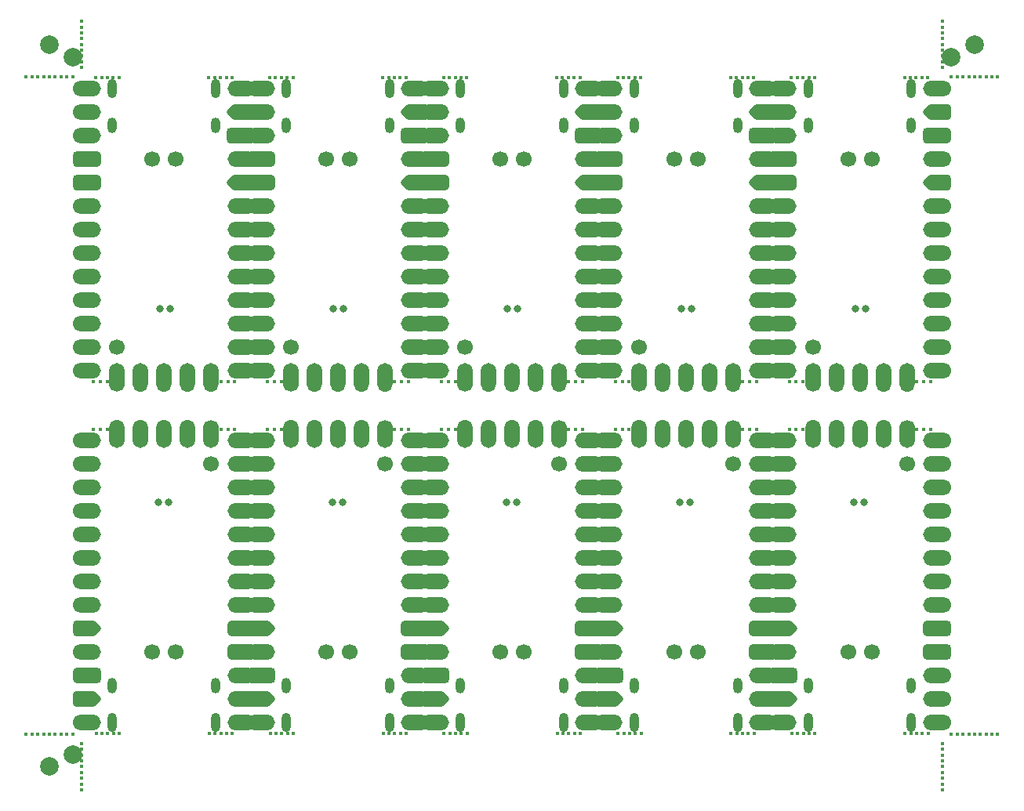
<source format=gbs>
G04 #@! TF.GenerationSoftware,KiCad,Pcbnew,7.0.0-da2b9df05c~165~ubuntu22.04.1*
G04 #@! TF.CreationDate,2023-06-04T20:02:33+00:00*
G04 #@! TF.ProjectId,helios-panel,68656c69-6f73-42d7-9061-6e656c2e6b69,rev1.0*
G04 #@! TF.SameCoordinates,Original*
G04 #@! TF.FileFunction,Soldermask,Bot*
G04 #@! TF.FilePolarity,Negative*
%FSLAX46Y46*%
G04 Gerber Fmt 4.6, Leading zero omitted, Abs format (unit mm)*
G04 Created by KiCad (PCBNEW 7.0.0-da2b9df05c~165~ubuntu22.04.1) date 2023-06-04 20:02:33*
%MOMM*%
%LPD*%
G01*
G04 APERTURE LIST*
G04 Aperture macros list*
%AMRoundRect*
0 Rectangle with rounded corners*
0 $1 Rounding radius*
0 $2 $3 $4 $5 $6 $7 $8 $9 X,Y pos of 4 corners*
0 Add a 4 corners polygon primitive as box body*
4,1,4,$2,$3,$4,$5,$6,$7,$8,$9,$2,$3,0*
0 Add four circle primitives for the rounded corners*
1,1,$1+$1,$2,$3*
1,1,$1+$1,$4,$5*
1,1,$1+$1,$6,$7*
1,1,$1+$1,$8,$9*
0 Add four rect primitives between the rounded corners*
20,1,$1+$1,$2,$3,$4,$5,0*
20,1,$1+$1,$4,$5,$6,$7,0*
20,1,$1+$1,$6,$7,$8,$9,0*
20,1,$1+$1,$8,$9,$2,$3,0*%
G04 Aperture macros list end*
%ADD10C,0.400000*%
%ADD11C,2.000000*%
%ADD12C,1.700000*%
%ADD13O,3.000000X1.700000*%
%ADD14RoundRect,0.425000X-0.425000X-0.425000X0.425000X-0.425000X0.425000X0.425000X-0.425000X0.425000X0*%
%ADD15RoundRect,0.425000X1.075000X0.425000X-1.075000X0.425000X-1.075000X-0.425000X1.075000X-0.425000X0*%
%ADD16O,1.700000X3.000000*%
%ADD17O,1.700000X1.700000*%
%ADD18RoundRect,0.350000X0.000000X0.494975X-0.494975X0.000000X0.000000X-0.494975X0.494975X0.000000X0*%
%ADD19RoundRect,0.350000X0.894755X0.500000X-0.894755X0.500000X-0.894755X-0.500000X0.894755X-0.500000X0*%
%ADD20RoundRect,0.425000X0.425000X0.425000X-0.425000X0.425000X-0.425000X-0.425000X0.425000X-0.425000X0*%
%ADD21RoundRect,0.350000X0.902255X0.500000X-0.902255X0.500000X-0.902255X-0.500000X0.902255X-0.500000X0*%
%ADD22RoundRect,0.425000X-1.075000X-0.425000X1.075000X-0.425000X1.075000X0.425000X-1.075000X0.425000X0*%
%ADD23RoundRect,0.350000X0.000000X-0.494975X0.494975X0.000000X0.000000X0.494975X-0.494975X0.000000X0*%
%ADD24RoundRect,0.350000X-0.894755X-0.500000X0.894755X-0.500000X0.894755X0.500000X-0.894755X0.500000X0*%
%ADD25RoundRect,0.350000X-0.902255X-0.500000X0.902255X-0.500000X0.902255X0.500000X-0.902255X0.500000X0*%
%ADD26O,1.000000X1.700000*%
%ADD27O,1.000000X2.100000*%
%ADD28C,0.800000*%
G04 APERTURE END LIST*
D10*
G04 #@! TO.C,REF\u002A\u002A*
X96095000Y76940000D03*
G04 #@! TD*
G04 #@! TO.C,REF\u002A\u002A*
X65770000Y6100000D03*
G04 #@! TD*
G04 #@! TO.C,REF\u002A\u002A*
X104275000Y77040000D03*
G04 #@! TD*
G04 #@! TO.C,REF\u002A\u002A*
X98900000Y83040000D03*
G04 #@! TD*
G04 #@! TO.C,REF\u002A\u002A*
X41294991Y44120127D03*
G04 #@! TD*
G04 #@! TO.C,REF\u002A\u002A*
X26295000Y76940000D03*
G04 #@! TD*
G04 #@! TO.C,REF\u002A\u002A*
X65105008Y38920001D03*
G04 #@! TD*
G04 #@! TO.C,REF\u002A\u002A*
X102400000Y77040000D03*
G04 #@! TD*
G04 #@! TO.C,REF\u002A\u002A*
X625000Y77040000D03*
G04 #@! TD*
G04 #@! TO.C,REF\u002A\u002A*
X7555000Y6100000D03*
G04 #@! TD*
G04 #@! TO.C,REF\u002A\u002A*
X83885008Y38920001D03*
G04 #@! TD*
G04 #@! TO.C,REF\u002A\u002A*
X98900000Y80540000D03*
G04 #@! TD*
G04 #@! TO.C,REF\u002A\u002A*
X59160000Y76940000D03*
G04 #@! TD*
G04 #@! TO.C,REF\u002A\u002A*
X101150000Y6000000D03*
G04 #@! TD*
G04 #@! TO.C,REF\u002A\u002A*
X85175000Y6100000D03*
G04 #@! TD*
G04 #@! TO.C,REF\u002A\u002A*
X96720000Y76940000D03*
G04 #@! TD*
G04 #@! TO.C,REF\u002A\u002A*
X28170000Y76940000D03*
G04 #@! TD*
G04 #@! TO.C,REF\u002A\u002A*
X7515000Y76940000D03*
G04 #@! TD*
G04 #@! TO.C,REF\u002A\u002A*
X26045008Y38919874D03*
G04 #@! TD*
G04 #@! TO.C,REF\u002A\u002A*
X0Y77040000D03*
G04 #@! TD*
G04 #@! TO.C,REF\u002A\u002A*
X3750000Y6000000D03*
G04 #@! TD*
G04 #@! TO.C,REF\u002A\u002A*
X6000000Y82415000D03*
G04 #@! TD*
G04 #@! TO.C,REF\u002A\u002A*
X45115000Y6100000D03*
G04 #@! TD*
G04 #@! TO.C,REF\u002A\u002A*
X6000000Y79915000D03*
G04 #@! TD*
G04 #@! TO.C,REF\u002A\u002A*
X96134991Y38920001D03*
G04 #@! TD*
G04 #@! TO.C,REF\u002A\u002A*
X20975000Y76940000D03*
G04 #@! TD*
G04 #@! TO.C,REF\u002A\u002A*
X26045008Y44120127D03*
G04 #@! TD*
G04 #@! TO.C,REF\u002A\u002A*
X78565000Y76940000D03*
G04 #@! TD*
G04 #@! TO.C,REF\u002A\u002A*
X59324991Y44120064D03*
G04 #@! TD*
G04 #@! TO.C,REF\u002A\u002A*
X83260000Y76940000D03*
G04 #@! TD*
G04 #@! TO.C,REF\u002A\u002A*
X96135000Y6100000D03*
G04 #@! TD*
G04 #@! TO.C,REF\u002A\u002A*
X0Y6000000D03*
G04 #@! TD*
G04 #@! TO.C,REF\u002A\u002A*
X58574991Y44120000D03*
G04 #@! TD*
G04 #@! TO.C,REF\u002A\u002A*
X3125000Y6000000D03*
G04 #@! TD*
G04 #@! TO.C,REF\u002A\u002A*
X38505000Y76940000D03*
G04 #@! TD*
G04 #@! TO.C,REF\u002A\u002A*
X57910000Y76940000D03*
G04 #@! TD*
G04 #@! TO.C,REF\u002A\u002A*
X77355000Y6100000D03*
G04 #@! TD*
G04 #@! TO.C,REF\u002A\u002A*
X95510000Y6100000D03*
G04 #@! TD*
G04 #@! TO.C,REF\u002A\u002A*
X27545008Y44120000D03*
G04 #@! TD*
G04 #@! TO.C,REF\u002A\u002A*
X76105000Y6100000D03*
G04 #@! TD*
G04 #@! TO.C,REF\u002A\u002A*
X6000000Y5000000D03*
G04 #@! TD*
G04 #@! TO.C,REF\u002A\u002A*
X28795000Y76940000D03*
G04 #@! TD*
G04 #@! TO.C,REF\u002A\u002A*
X8805000Y6100000D03*
G04 #@! TD*
G04 #@! TO.C,REF\u002A\u002A*
X45700000Y76940000D03*
G04 #@! TD*
G04 #@! TO.C,REF\u002A\u002A*
X98900000Y81165000D03*
G04 #@! TD*
G04 #@! TO.C,REF\u002A\u002A*
X10055000Y6100000D03*
G04 #@! TD*
G04 #@! TO.C,REF\u002A\u002A*
X99900000Y6000000D03*
G04 #@! TD*
G04 #@! TO.C,REF\u002A\u002A*
X78605000Y6100000D03*
G04 #@! TD*
G04 #@! TO.C,REF\u002A\u002A*
X59825000Y6100000D03*
G04 #@! TD*
G04 #@! TO.C,REF\u002A\u002A*
X57285000Y76940000D03*
G04 #@! TD*
G04 #@! TO.C,REF\u002A\u002A*
X84510000Y76940000D03*
G04 #@! TD*
G04 #@! TO.C,REF\u002A\u002A*
X100525000Y6000000D03*
G04 #@! TD*
G04 #@! TO.C,REF\u002A\u002A*
X22225000Y76940000D03*
G04 #@! TD*
G04 #@! TO.C,REF\u002A\u002A*
X77315000Y76940000D03*
G04 #@! TD*
G04 #@! TO.C,REF\u002A\u002A*
X83885008Y44120000D03*
G04 #@! TD*
G04 #@! TO.C,REF\u002A\u002A*
X39130000Y76940000D03*
G04 #@! TD*
G04 #@! TO.C,REF\u002A\u002A*
X41045000Y6100000D03*
G04 #@! TD*
G04 #@! TO.C,REF\u002A\u002A*
X4375000Y77040000D03*
G04 #@! TD*
G04 #@! TO.C,REF\u002A\u002A*
X96760000Y6100000D03*
G04 #@! TD*
G04 #@! TO.C,REF\u002A\u002A*
X98900000Y625000D03*
G04 #@! TD*
G04 #@! TO.C,REF\u002A\u002A*
X6000000Y3750000D03*
G04 #@! TD*
G04 #@! TO.C,REF\u002A\u002A*
X40420000Y6100000D03*
G04 #@! TD*
G04 #@! TO.C,REF\u002A\u002A*
X78854991Y44120127D03*
G04 #@! TD*
G04 #@! TO.C,REF\u002A\u002A*
X58535000Y76940000D03*
G04 #@! TD*
G04 #@! TO.C,REF\u002A\u002A*
X59785000Y76940000D03*
G04 #@! TD*
G04 #@! TO.C,REF\u002A\u002A*
X85135000Y76940000D03*
G04 #@! TD*
G04 #@! TO.C,REF\u002A\u002A*
X1875000Y77040000D03*
G04 #@! TD*
D11*
G04 #@! TO.C,REF\u002A\u002A*
X102400000Y80540000D03*
G04 #@! TD*
D10*
G04 #@! TO.C,REF\u002A\u002A*
X103650000Y6000000D03*
G04 #@! TD*
G04 #@! TO.C,REF\u002A\u002A*
X41005000Y76940000D03*
G04 #@! TD*
G04 #@! TO.C,REF\u002A\u002A*
X84550000Y6100000D03*
G04 #@! TD*
G04 #@! TO.C,REF\u002A\u002A*
X76690000Y76940000D03*
G04 #@! TD*
G04 #@! TO.C,REF\u002A\u002A*
X64520000Y6100000D03*
G04 #@! TD*
G04 #@! TO.C,REF\u002A\u002A*
X22514991Y44120127D03*
G04 #@! TD*
G04 #@! TO.C,REF\u002A\u002A*
X6000000Y78665000D03*
G04 #@! TD*
G04 #@! TO.C,REF\u002A\u002A*
X8765009Y38920001D03*
G04 #@! TD*
D12*
G04 #@! TO.C,J2*
X42690000Y7270000D03*
D13*
X41989999Y7269999D03*
D12*
X42690000Y9810000D03*
D13*
X41989999Y9809999D03*
D12*
X42690000Y12350000D03*
D13*
X41989999Y12349999D03*
D14*
X42690000Y14890000D03*
D15*
X41990000Y14890000D03*
D14*
X42690000Y17430000D03*
D15*
X41990000Y17430000D03*
D12*
X42690000Y19970000D03*
D13*
X41989999Y19969999D03*
D12*
X42690000Y22510000D03*
D13*
X41989999Y22509999D03*
D12*
X42690000Y25050000D03*
D13*
X41989999Y25049999D03*
D12*
X42690000Y27590000D03*
D13*
X41989999Y27589999D03*
D12*
X42690000Y30130000D03*
D13*
X41989999Y30129999D03*
D12*
X42690000Y32670000D03*
D13*
X41989999Y32669999D03*
D12*
X42690000Y35210000D03*
D13*
X41989999Y35209999D03*
D12*
X42690000Y37750000D03*
D13*
X41989999Y37749999D03*
D16*
X38749999Y38449999D03*
D12*
X38750000Y39150000D03*
D16*
X36209999Y38449999D03*
D17*
X36209999Y39149999D03*
D16*
X33669999Y38449999D03*
D17*
X33669999Y39149999D03*
D16*
X31129999Y38449999D03*
D17*
X31129999Y39149999D03*
D16*
X28589999Y38449999D03*
D17*
X28589999Y39149999D03*
D13*
X25349999Y37749999D03*
D12*
X24650000Y37750000D03*
D13*
X25349999Y35209999D03*
D12*
X24650000Y35210000D03*
D13*
X25349999Y32669999D03*
D12*
X24650000Y32670000D03*
D13*
X25349999Y30129999D03*
D12*
X24650000Y30130000D03*
D13*
X25349999Y27589999D03*
D12*
X24650000Y27590000D03*
D13*
X25349999Y25049999D03*
D12*
X24650000Y25050000D03*
D13*
X25349999Y22509999D03*
D12*
X24650000Y22510000D03*
D13*
X25349999Y19969999D03*
D12*
X24650000Y19970000D03*
D18*
X26050000Y17430000D03*
D19*
X25095245Y17430000D03*
D13*
X25349999Y14889999D03*
D12*
X24650000Y14890000D03*
D20*
X26050000Y12350000D03*
D15*
X25350000Y12350000D03*
D18*
X26050000Y9810000D03*
D21*
X25102745Y9810000D03*
D13*
X25349999Y7269999D03*
D12*
X24650000Y7270000D03*
X38745000Y35210000D03*
X32400000Y14890000D03*
X34940000Y14890000D03*
G04 #@! TD*
G04 #@! TO.C,J2*
X23910000Y7270000D03*
D13*
X23209999Y7269999D03*
D12*
X23910000Y9810000D03*
D13*
X23209999Y9809999D03*
D12*
X23910000Y12350000D03*
D13*
X23209999Y12349999D03*
D14*
X23910000Y14890000D03*
D15*
X23210000Y14890000D03*
D14*
X23910000Y17430000D03*
D15*
X23210000Y17430000D03*
D12*
X23910000Y19970000D03*
D13*
X23209999Y19969999D03*
D12*
X23910000Y22510000D03*
D13*
X23209999Y22509999D03*
D12*
X23910000Y25050000D03*
D13*
X23209999Y25049999D03*
D12*
X23910000Y27590000D03*
D13*
X23209999Y27589999D03*
D12*
X23910000Y30130000D03*
D13*
X23209999Y30129999D03*
D12*
X23910000Y32670000D03*
D13*
X23209999Y32669999D03*
D12*
X23910000Y35210000D03*
D13*
X23209999Y35209999D03*
D12*
X23910000Y37750000D03*
D13*
X23209999Y37749999D03*
D16*
X19969999Y38449999D03*
D12*
X19970000Y39150000D03*
D16*
X17429999Y38449999D03*
D17*
X17429999Y39149999D03*
D16*
X14889999Y38449999D03*
D17*
X14889999Y39149999D03*
D16*
X12349999Y38449999D03*
D17*
X12349999Y39149999D03*
D16*
X9809999Y38449999D03*
D17*
X9809999Y39149999D03*
D13*
X6569999Y37749999D03*
D12*
X5870000Y37750000D03*
D13*
X6569999Y35209999D03*
D12*
X5870000Y35210000D03*
D13*
X6569999Y32669999D03*
D12*
X5870000Y32670000D03*
D13*
X6569999Y30129999D03*
D12*
X5870000Y30130000D03*
D13*
X6569999Y27589999D03*
D12*
X5870000Y27590000D03*
D13*
X6569999Y25049999D03*
D12*
X5870000Y25050000D03*
D13*
X6569999Y22509999D03*
D12*
X5870000Y22510000D03*
D13*
X6569999Y19969999D03*
D12*
X5870000Y19970000D03*
D18*
X7270000Y17430000D03*
D19*
X6315245Y17430000D03*
D13*
X6569999Y14889999D03*
D12*
X5870000Y14890000D03*
D20*
X7270000Y12350000D03*
D15*
X6570000Y12350000D03*
D18*
X7270000Y9810000D03*
D21*
X6322745Y9810000D03*
D13*
X6569999Y7269999D03*
D12*
X5870000Y7270000D03*
X19965000Y35210000D03*
X13620000Y14890000D03*
X16160000Y14890000D03*
G04 #@! TD*
G04 #@! TO.C,J2*
X62210000Y75770000D03*
D13*
X62909999Y75769999D03*
D12*
X62210000Y73230000D03*
D13*
X62909999Y73229999D03*
D12*
X62210000Y70690000D03*
D13*
X62909999Y70689999D03*
D20*
X62210000Y68150000D03*
D22*
X62910000Y68150000D03*
D20*
X62210000Y65610000D03*
D22*
X62910000Y65610000D03*
D12*
X62210000Y63070000D03*
D13*
X62909999Y63069999D03*
D12*
X62210000Y60530000D03*
D13*
X62909999Y60529999D03*
D12*
X62210000Y57990000D03*
D13*
X62909999Y57989999D03*
D12*
X62210000Y55450000D03*
D13*
X62909999Y55449999D03*
D12*
X62210000Y52910000D03*
D13*
X62909999Y52909999D03*
D12*
X62210000Y50370000D03*
D13*
X62909999Y50369999D03*
D12*
X62210000Y47830000D03*
D13*
X62909999Y47829999D03*
D12*
X62210000Y45290000D03*
D13*
X62909999Y45289999D03*
D16*
X66149999Y44589999D03*
D12*
X66150000Y43890000D03*
D16*
X68689999Y44589999D03*
D17*
X68689999Y43889999D03*
D16*
X71229999Y44589999D03*
D17*
X71229999Y43889999D03*
D16*
X73769999Y44589999D03*
D17*
X73769999Y43889999D03*
D16*
X76309999Y44589999D03*
D17*
X76309999Y43889999D03*
D13*
X79549999Y45289999D03*
D12*
X80250000Y45290000D03*
D13*
X79549999Y47829999D03*
D12*
X80250000Y47830000D03*
D13*
X79549999Y50369999D03*
D12*
X80250000Y50370000D03*
D13*
X79549999Y52909999D03*
D12*
X80250000Y52910000D03*
D13*
X79549999Y55449999D03*
D12*
X80250000Y55450000D03*
D13*
X79549999Y57989999D03*
D12*
X80250000Y57990000D03*
D13*
X79549999Y60529999D03*
D12*
X80250000Y60530000D03*
D13*
X79549999Y63069999D03*
D12*
X80250000Y63070000D03*
D23*
X78850000Y65610000D03*
D24*
X79804755Y65610000D03*
D13*
X79549999Y68149999D03*
D12*
X80250000Y68150000D03*
D14*
X78850000Y70690000D03*
D22*
X79550000Y70690000D03*
D23*
X78850000Y73230000D03*
D25*
X79797255Y73230000D03*
D13*
X79549999Y75769999D03*
D12*
X80250000Y75770000D03*
X66155000Y47830000D03*
X72500000Y68150000D03*
X69960000Y68150000D03*
G04 #@! TD*
G04 #@! TO.C,J2*
X5870000Y75770000D03*
D13*
X6569999Y75769999D03*
D12*
X5870000Y73230000D03*
D13*
X6569999Y73229999D03*
D12*
X5870000Y70690000D03*
D13*
X6569999Y70689999D03*
D20*
X5870000Y68150000D03*
D22*
X6570000Y68150000D03*
D20*
X5870000Y65610000D03*
D22*
X6570000Y65610000D03*
D12*
X5870000Y63070000D03*
D13*
X6569999Y63069999D03*
D12*
X5870000Y60530000D03*
D13*
X6569999Y60529999D03*
D12*
X5870000Y57990000D03*
D13*
X6569999Y57989999D03*
D12*
X5870000Y55450000D03*
D13*
X6569999Y55449999D03*
D12*
X5870000Y52910000D03*
D13*
X6569999Y52909999D03*
D12*
X5870000Y50370000D03*
D13*
X6569999Y50369999D03*
D12*
X5870000Y47830000D03*
D13*
X6569999Y47829999D03*
D12*
X5870000Y45290000D03*
D13*
X6569999Y45289999D03*
D16*
X9809999Y44589999D03*
D12*
X9810000Y43890000D03*
D16*
X12349999Y44589999D03*
D17*
X12349999Y43889999D03*
D16*
X14889999Y44589999D03*
D17*
X14889999Y43889999D03*
D16*
X17429999Y44589999D03*
D17*
X17429999Y43889999D03*
D16*
X19969999Y44589999D03*
D17*
X19969999Y43889999D03*
D13*
X23209999Y45289999D03*
D12*
X23910000Y45290000D03*
D13*
X23209999Y47829999D03*
D12*
X23910000Y47830000D03*
D13*
X23209999Y50369999D03*
D12*
X23910000Y50370000D03*
D13*
X23209999Y52909999D03*
D12*
X23910000Y52910000D03*
D13*
X23209999Y55449999D03*
D12*
X23910000Y55450000D03*
D13*
X23209999Y57989999D03*
D12*
X23910000Y57990000D03*
D13*
X23209999Y60529999D03*
D12*
X23910000Y60530000D03*
D13*
X23209999Y63069999D03*
D12*
X23910000Y63070000D03*
D23*
X22510000Y65610000D03*
D24*
X23464755Y65610000D03*
D13*
X23209999Y68149999D03*
D12*
X23910000Y68150000D03*
D14*
X22510000Y70690000D03*
D22*
X23210000Y70690000D03*
D23*
X22510000Y73230000D03*
D25*
X23457255Y73230000D03*
D13*
X23209999Y75769999D03*
D12*
X23910000Y75770000D03*
X9815000Y47830000D03*
X16160000Y68150000D03*
X13620000Y68150000D03*
G04 #@! TD*
G04 #@! TO.C,J2*
X43430000Y75770000D03*
D13*
X44129999Y75769999D03*
D12*
X43430000Y73230000D03*
D13*
X44129999Y73229999D03*
D12*
X43430000Y70690000D03*
D13*
X44129999Y70689999D03*
D20*
X43430000Y68150000D03*
D22*
X44130000Y68150000D03*
D20*
X43430000Y65610000D03*
D22*
X44130000Y65610000D03*
D12*
X43430000Y63070000D03*
D13*
X44129999Y63069999D03*
D12*
X43430000Y60530000D03*
D13*
X44129999Y60529999D03*
D12*
X43430000Y57990000D03*
D13*
X44129999Y57989999D03*
D12*
X43430000Y55450000D03*
D13*
X44129999Y55449999D03*
D12*
X43430000Y52910000D03*
D13*
X44129999Y52909999D03*
D12*
X43430000Y50370000D03*
D13*
X44129999Y50369999D03*
D12*
X43430000Y47830000D03*
D13*
X44129999Y47829999D03*
D12*
X43430000Y45290000D03*
D13*
X44129999Y45289999D03*
D16*
X47369999Y44589999D03*
D12*
X47370000Y43890000D03*
D16*
X49909999Y44589999D03*
D17*
X49909999Y43889999D03*
D16*
X52449999Y44589999D03*
D17*
X52449999Y43889999D03*
D16*
X54989999Y44589999D03*
D17*
X54989999Y43889999D03*
D16*
X57529999Y44589999D03*
D17*
X57529999Y43889999D03*
D13*
X60769999Y45289999D03*
D12*
X61470000Y45290000D03*
D13*
X60769999Y47829999D03*
D12*
X61470000Y47830000D03*
D13*
X60769999Y50369999D03*
D12*
X61470000Y50370000D03*
D13*
X60769999Y52909999D03*
D12*
X61470000Y52910000D03*
D13*
X60769999Y55449999D03*
D12*
X61470000Y55450000D03*
D13*
X60769999Y57989999D03*
D12*
X61470000Y57990000D03*
D13*
X60769999Y60529999D03*
D12*
X61470000Y60530000D03*
D13*
X60769999Y63069999D03*
D12*
X61470000Y63070000D03*
D23*
X60070000Y65610000D03*
D24*
X61024755Y65610000D03*
D13*
X60769999Y68149999D03*
D12*
X61470000Y68150000D03*
D14*
X60070000Y70690000D03*
D22*
X60770000Y70690000D03*
D23*
X60070000Y73230000D03*
D25*
X61017255Y73230000D03*
D13*
X60769999Y75769999D03*
D12*
X61470000Y75770000D03*
X47375000Y47830000D03*
X53720000Y68150000D03*
X51180000Y68150000D03*
G04 #@! TD*
G04 #@! TO.C,J2*
X24650000Y75770000D03*
D13*
X25349999Y75769999D03*
D12*
X24650000Y73230000D03*
D13*
X25349999Y73229999D03*
D12*
X24650000Y70690000D03*
D13*
X25349999Y70689999D03*
D20*
X24650000Y68150000D03*
D22*
X25350000Y68150000D03*
D20*
X24650000Y65610000D03*
D22*
X25350000Y65610000D03*
D12*
X24650000Y63070000D03*
D13*
X25349999Y63069999D03*
D12*
X24650000Y60530000D03*
D13*
X25349999Y60529999D03*
D12*
X24650000Y57990000D03*
D13*
X25349999Y57989999D03*
D12*
X24650000Y55450000D03*
D13*
X25349999Y55449999D03*
D12*
X24650000Y52910000D03*
D13*
X25349999Y52909999D03*
D12*
X24650000Y50370000D03*
D13*
X25349999Y50369999D03*
D12*
X24650000Y47830000D03*
D13*
X25349999Y47829999D03*
D12*
X24650000Y45290000D03*
D13*
X25349999Y45289999D03*
D16*
X28589999Y44589999D03*
D12*
X28590000Y43890000D03*
D16*
X31129999Y44589999D03*
D17*
X31129999Y43889999D03*
D16*
X33669999Y44589999D03*
D17*
X33669999Y43889999D03*
D16*
X36209999Y44589999D03*
D17*
X36209999Y43889999D03*
D16*
X38749999Y44589999D03*
D17*
X38749999Y43889999D03*
D13*
X41989999Y45289999D03*
D12*
X42690000Y45290000D03*
D13*
X41989999Y47829999D03*
D12*
X42690000Y47830000D03*
D13*
X41989999Y50369999D03*
D12*
X42690000Y50370000D03*
D13*
X41989999Y52909999D03*
D12*
X42690000Y52910000D03*
D13*
X41989999Y55449999D03*
D12*
X42690000Y55450000D03*
D13*
X41989999Y57989999D03*
D12*
X42690000Y57990000D03*
D13*
X41989999Y60529999D03*
D12*
X42690000Y60530000D03*
D13*
X41989999Y63069999D03*
D12*
X42690000Y63070000D03*
D23*
X41290000Y65610000D03*
D24*
X42244755Y65610000D03*
D13*
X41989999Y68149999D03*
D12*
X42690000Y68150000D03*
D14*
X41290000Y70690000D03*
D22*
X41990000Y70690000D03*
D23*
X41290000Y73230000D03*
D25*
X42237255Y73230000D03*
D13*
X41989999Y75769999D03*
D12*
X42690000Y75770000D03*
X28595000Y47830000D03*
X34940000Y68150000D03*
X32400000Y68150000D03*
G04 #@! TD*
G04 #@! TO.C,J2*
X80250000Y7270000D03*
D13*
X79549999Y7269999D03*
D12*
X80250000Y9810000D03*
D13*
X79549999Y9809999D03*
D12*
X80250000Y12350000D03*
D13*
X79549999Y12349999D03*
D14*
X80250000Y14890000D03*
D15*
X79550000Y14890000D03*
D14*
X80250000Y17430000D03*
D15*
X79550000Y17430000D03*
D12*
X80250000Y19970000D03*
D13*
X79549999Y19969999D03*
D12*
X80250000Y22510000D03*
D13*
X79549999Y22509999D03*
D12*
X80250000Y25050000D03*
D13*
X79549999Y25049999D03*
D12*
X80250000Y27590000D03*
D13*
X79549999Y27589999D03*
D12*
X80250000Y30130000D03*
D13*
X79549999Y30129999D03*
D12*
X80250000Y32670000D03*
D13*
X79549999Y32669999D03*
D12*
X80250000Y35210000D03*
D13*
X79549999Y35209999D03*
D12*
X80250000Y37750000D03*
D13*
X79549999Y37749999D03*
D16*
X76309999Y38449999D03*
D12*
X76310000Y39150000D03*
D16*
X73769999Y38449999D03*
D17*
X73769999Y39149999D03*
D16*
X71229999Y38449999D03*
D17*
X71229999Y39149999D03*
D16*
X68689999Y38449999D03*
D17*
X68689999Y39149999D03*
D16*
X66149999Y38449999D03*
D17*
X66149999Y39149999D03*
D13*
X62909999Y37749999D03*
D12*
X62210000Y37750000D03*
D13*
X62909999Y35209999D03*
D12*
X62210000Y35210000D03*
D13*
X62909999Y32669999D03*
D12*
X62210000Y32670000D03*
D13*
X62909999Y30129999D03*
D12*
X62210000Y30130000D03*
D13*
X62909999Y27589999D03*
D12*
X62210000Y27590000D03*
D13*
X62909999Y25049999D03*
D12*
X62210000Y25050000D03*
D13*
X62909999Y22509999D03*
D12*
X62210000Y22510000D03*
D13*
X62909999Y19969999D03*
D12*
X62210000Y19970000D03*
D18*
X63610000Y17430000D03*
D19*
X62655245Y17430000D03*
D13*
X62909999Y14889999D03*
D12*
X62210000Y14890000D03*
D20*
X63610000Y12350000D03*
D15*
X62910000Y12350000D03*
D18*
X63610000Y9810000D03*
D21*
X62662745Y9810000D03*
D13*
X62909999Y7269999D03*
D12*
X62210000Y7270000D03*
X76305000Y35210000D03*
X69960000Y14890000D03*
X72500000Y14890000D03*
G04 #@! TD*
G04 #@! TO.C,J2*
X80990000Y75770000D03*
D13*
X81689999Y75769999D03*
D12*
X80990000Y73230000D03*
D13*
X81689999Y73229999D03*
D12*
X80990000Y70690000D03*
D13*
X81689999Y70689999D03*
D20*
X80990000Y68150000D03*
D22*
X81690000Y68150000D03*
D20*
X80990000Y65610000D03*
D22*
X81690000Y65610000D03*
D12*
X80990000Y63070000D03*
D13*
X81689999Y63069999D03*
D12*
X80990000Y60530000D03*
D13*
X81689999Y60529999D03*
D12*
X80990000Y57990000D03*
D13*
X81689999Y57989999D03*
D12*
X80990000Y55450000D03*
D13*
X81689999Y55449999D03*
D12*
X80990000Y52910000D03*
D13*
X81689999Y52909999D03*
D12*
X80990000Y50370000D03*
D13*
X81689999Y50369999D03*
D12*
X80990000Y47830000D03*
D13*
X81689999Y47829999D03*
D12*
X80990000Y45290000D03*
D13*
X81689999Y45289999D03*
D16*
X84929999Y44589999D03*
D12*
X84930000Y43890000D03*
D16*
X87469999Y44589999D03*
D17*
X87469999Y43889999D03*
D16*
X90009999Y44589999D03*
D17*
X90009999Y43889999D03*
D16*
X92549999Y44589999D03*
D17*
X92549999Y43889999D03*
D16*
X95089999Y44589999D03*
D17*
X95089999Y43889999D03*
D13*
X98329999Y45289999D03*
D12*
X99030000Y45290000D03*
D13*
X98329999Y47829999D03*
D12*
X99030000Y47830000D03*
D13*
X98329999Y50369999D03*
D12*
X99030000Y50370000D03*
D13*
X98329999Y52909999D03*
D12*
X99030000Y52910000D03*
D13*
X98329999Y55449999D03*
D12*
X99030000Y55450000D03*
D13*
X98329999Y57989999D03*
D12*
X99030000Y57990000D03*
D13*
X98329999Y60529999D03*
D12*
X99030000Y60530000D03*
D13*
X98329999Y63069999D03*
D12*
X99030000Y63070000D03*
D23*
X97630000Y65610000D03*
D24*
X98584755Y65610000D03*
D13*
X98329999Y68149999D03*
D12*
X99030000Y68150000D03*
D14*
X97630000Y70690000D03*
D22*
X98330000Y70690000D03*
D23*
X97630000Y73230000D03*
D25*
X98577255Y73230000D03*
D13*
X98329999Y75769999D03*
D12*
X99030000Y75770000D03*
X84935000Y47830000D03*
X91280000Y68150000D03*
X88740000Y68150000D03*
G04 #@! TD*
G04 #@! TO.C,J2*
X61470000Y7270000D03*
D13*
X60769999Y7269999D03*
D12*
X61470000Y9810000D03*
D13*
X60769999Y9809999D03*
D12*
X61470000Y12350000D03*
D13*
X60769999Y12349999D03*
D14*
X61470000Y14890000D03*
D15*
X60770000Y14890000D03*
D14*
X61470000Y17430000D03*
D15*
X60770000Y17430000D03*
D12*
X61470000Y19970000D03*
D13*
X60769999Y19969999D03*
D12*
X61470000Y22510000D03*
D13*
X60769999Y22509999D03*
D12*
X61470000Y25050000D03*
D13*
X60769999Y25049999D03*
D12*
X61470000Y27590000D03*
D13*
X60769999Y27589999D03*
D12*
X61470000Y30130000D03*
D13*
X60769999Y30129999D03*
D12*
X61470000Y32670000D03*
D13*
X60769999Y32669999D03*
D12*
X61470000Y35210000D03*
D13*
X60769999Y35209999D03*
D12*
X61470000Y37750000D03*
D13*
X60769999Y37749999D03*
D16*
X57529999Y38449999D03*
D12*
X57530000Y39150000D03*
D16*
X54989999Y38449999D03*
D17*
X54989999Y39149999D03*
D16*
X52449999Y38449999D03*
D17*
X52449999Y39149999D03*
D16*
X49909999Y38449999D03*
D17*
X49909999Y39149999D03*
D16*
X47369999Y38449999D03*
D17*
X47369999Y39149999D03*
D13*
X44129999Y37749999D03*
D12*
X43430000Y37750000D03*
D13*
X44129999Y35209999D03*
D12*
X43430000Y35210000D03*
D13*
X44129999Y32669999D03*
D12*
X43430000Y32670000D03*
D13*
X44129999Y30129999D03*
D12*
X43430000Y30130000D03*
D13*
X44129999Y27589999D03*
D12*
X43430000Y27590000D03*
D13*
X44129999Y25049999D03*
D12*
X43430000Y25050000D03*
D13*
X44129999Y22509999D03*
D12*
X43430000Y22510000D03*
D13*
X44129999Y19969999D03*
D12*
X43430000Y19970000D03*
D18*
X44830000Y17430000D03*
D19*
X43875245Y17430000D03*
D13*
X44129999Y14889999D03*
D12*
X43430000Y14890000D03*
D20*
X44830000Y12350000D03*
D15*
X44130000Y12350000D03*
D18*
X44830000Y9810000D03*
D21*
X43882745Y9810000D03*
D13*
X44129999Y7269999D03*
D12*
X43430000Y7270000D03*
X57525000Y35210000D03*
X51180000Y14890000D03*
X53720000Y14890000D03*
G04 #@! TD*
G04 #@! TO.C,J2*
X99030000Y7270000D03*
D13*
X98329999Y7269999D03*
D12*
X99030000Y9810000D03*
D13*
X98329999Y9809999D03*
D12*
X99030000Y12350000D03*
D13*
X98329999Y12349999D03*
D14*
X99030000Y14890000D03*
D15*
X98330000Y14890000D03*
D14*
X99030000Y17430000D03*
D15*
X98330000Y17430000D03*
D12*
X99030000Y19970000D03*
D13*
X98329999Y19969999D03*
D12*
X99030000Y22510000D03*
D13*
X98329999Y22509999D03*
D12*
X99030000Y25050000D03*
D13*
X98329999Y25049999D03*
D12*
X99030000Y27590000D03*
D13*
X98329999Y27589999D03*
D12*
X99030000Y30130000D03*
D13*
X98329999Y30129999D03*
D12*
X99030000Y32670000D03*
D13*
X98329999Y32669999D03*
D12*
X99030000Y35210000D03*
D13*
X98329999Y35209999D03*
D12*
X99030000Y37750000D03*
D13*
X98329999Y37749999D03*
D16*
X95089999Y38449999D03*
D12*
X95090000Y39150000D03*
D16*
X92549999Y38449999D03*
D17*
X92549999Y39149999D03*
D16*
X90009999Y38449999D03*
D17*
X90009999Y39149999D03*
D16*
X87469999Y38449999D03*
D17*
X87469999Y39149999D03*
D16*
X84929999Y38449999D03*
D17*
X84929999Y39149999D03*
D13*
X81689999Y37749999D03*
D12*
X80990000Y37750000D03*
D13*
X81689999Y35209999D03*
D12*
X80990000Y35210000D03*
D13*
X81689999Y32669999D03*
D12*
X80990000Y32670000D03*
D13*
X81689999Y30129999D03*
D12*
X80990000Y30130000D03*
D13*
X81689999Y27589999D03*
D12*
X80990000Y27590000D03*
D13*
X81689999Y25049999D03*
D12*
X80990000Y25050000D03*
D13*
X81689999Y22509999D03*
D12*
X80990000Y22510000D03*
D13*
X81689999Y19969999D03*
D12*
X80990000Y19970000D03*
D18*
X82390000Y17430000D03*
D19*
X81435245Y17430000D03*
D13*
X81689999Y14889999D03*
D12*
X80990000Y14890000D03*
D20*
X82390000Y12350000D03*
D15*
X81690000Y12350000D03*
D18*
X82390000Y9810000D03*
D21*
X81442745Y9810000D03*
D13*
X81689999Y7269999D03*
D12*
X80990000Y7270000D03*
X95085000Y35210000D03*
X88740000Y14890000D03*
X91280000Y14890000D03*
G04 #@! TD*
D10*
G04 #@! TO.C,REF\u002A\u002A*
X65145000Y6100000D03*
G04 #@! TD*
G04 #@! TO.C,REF\u002A\u002A*
X96884991Y38919937D03*
G04 #@! TD*
G04 #@! TO.C,REF\u002A\u002A*
X100525000Y77040000D03*
G04 #@! TD*
G04 #@! TO.C,REF\u002A\u002A*
X8140000Y76940000D03*
G04 #@! TD*
G04 #@! TO.C,REF\u002A\u002A*
X98900000Y1250000D03*
G04 #@! TD*
G04 #@! TO.C,REF\u002A\u002A*
X39794991Y44120000D03*
G04 #@! TD*
G04 #@! TO.C,REF\u002A\u002A*
X78104991Y38919937D03*
G04 #@! TD*
G04 #@! TO.C,REF\u002A\u002A*
X63895000Y6100000D03*
G04 #@! TD*
G04 #@! TO.C,REF\u002A\u002A*
X103025000Y6000000D03*
G04 #@! TD*
G04 #@! TO.C,REF\u002A\u002A*
X98900000Y82415000D03*
G04 #@! TD*
G04 #@! TO.C,REF\u002A\u002A*
X2500000Y77040000D03*
G04 #@! TD*
G04 #@! TO.C,REF\u002A\u002A*
X9430000Y6100000D03*
G04 #@! TD*
G04 #@! TO.C,REF\u002A\u002A*
X3125000Y77040000D03*
G04 #@! TD*
G04 #@! TO.C,REF\u002A\u002A*
X98900000Y78665000D03*
G04 #@! TD*
G04 #@! TO.C,REF\u002A\u002A*
X40544991Y44120064D03*
G04 #@! TD*
G04 #@! TO.C,REF\u002A\u002A*
X101150000Y77040000D03*
G04 #@! TD*
G04 #@! TO.C,REF\u002A\u002A*
X22514991Y38919874D03*
G04 #@! TD*
G04 #@! TO.C,REF\u002A\u002A*
X2500000Y6000000D03*
G04 #@! TD*
G04 #@! TO.C,REF\u002A\u002A*
X28210000Y6100000D03*
G04 #@! TD*
G04 #@! TO.C,REF\u002A\u002A*
X28835000Y6100000D03*
G04 #@! TD*
G04 #@! TO.C,REF\u002A\u002A*
X39795000Y6100000D03*
G04 #@! TD*
G04 #@! TO.C,REF\u002A\u002A*
X6000000Y4375000D03*
G04 #@! TD*
G04 #@! TO.C,REF\u002A\u002A*
X39794991Y38920001D03*
G04 #@! TD*
G04 #@! TO.C,REF\u002A\u002A*
X8015009Y44120064D03*
G04 #@! TD*
G04 #@! TO.C,REF\u002A\u002A*
X46325008Y44120000D03*
G04 #@! TD*
G04 #@! TO.C,REF\u002A\u002A*
X21764991Y44120064D03*
G04 #@! TD*
G04 #@! TO.C,REF\u002A\u002A*
X98900000Y3125000D03*
G04 #@! TD*
G04 #@! TO.C,REF\u002A\u002A*
X20390000Y6100000D03*
G04 #@! TD*
G04 #@! TO.C,REF\u002A\u002A*
X83135008Y38919937D03*
G04 #@! TD*
G04 #@! TO.C,REF\u002A\u002A*
X7265009Y38919874D03*
G04 #@! TD*
G04 #@! TO.C,REF\u002A\u002A*
X21600000Y76940000D03*
G04 #@! TD*
G04 #@! TO.C,REF\u002A\u002A*
X46325008Y38920001D03*
G04 #@! TD*
G04 #@! TO.C,REF\u002A\u002A*
X8180000Y6100000D03*
G04 #@! TD*
G04 #@! TO.C,REF\u002A\u002A*
X98900000Y3750000D03*
G04 #@! TD*
G04 #@! TO.C,REF\u002A\u002A*
X82385008Y44120127D03*
G04 #@! TD*
G04 #@! TO.C,REF\u002A\u002A*
X77354991Y44120000D03*
G04 #@! TD*
G04 #@! TO.C,REF\u002A\u002A*
X98900000Y2500000D03*
G04 #@! TD*
G04 #@! TO.C,REF\u002A\u002A*
X82635000Y76940000D03*
G04 #@! TD*
G04 #@! TO.C,REF\u002A\u002A*
X6000000Y2500000D03*
G04 #@! TD*
G04 #@! TO.C,REF\u002A\u002A*
X5000000Y6000000D03*
G04 #@! TD*
G04 #@! TO.C,REF\u002A\u002A*
X60074991Y44120127D03*
G04 #@! TD*
G04 #@! TO.C,REF\u002A\u002A*
X6000000Y81165000D03*
G04 #@! TD*
G04 #@! TO.C,REF\u002A\u002A*
X76065000Y76940000D03*
G04 #@! TD*
G04 #@! TO.C,REF\u002A\u002A*
X26795008Y44120064D03*
G04 #@! TD*
G04 #@! TO.C,REF\u002A\u002A*
X41294991Y38919874D03*
G04 #@! TD*
G04 #@! TO.C,REF\u002A\u002A*
X625000Y6000000D03*
G04 #@! TD*
G04 #@! TO.C,REF\u002A\u002A*
X102400000Y6000000D03*
G04 #@! TD*
G04 #@! TO.C,REF\u002A\u002A*
X6000000Y1875000D03*
G04 #@! TD*
G04 #@! TO.C,REF\u002A\u002A*
X83300000Y6100000D03*
G04 #@! TD*
G04 #@! TO.C,REF\u002A\u002A*
X6000000Y81790000D03*
G04 #@! TD*
G04 #@! TO.C,REF\u002A\u002A*
X1875000Y6000000D03*
G04 #@! TD*
G04 #@! TO.C,REF\u002A\u002A*
X76730000Y6100000D03*
G04 #@! TD*
G04 #@! TO.C,REF\u002A\u002A*
X98900000Y1875000D03*
G04 #@! TD*
G04 #@! TO.C,REF\u002A\u002A*
X58575000Y6100000D03*
G04 #@! TD*
G04 #@! TO.C,REF\u002A\u002A*
X103025000Y77040000D03*
G04 #@! TD*
G04 #@! TO.C,REF\u002A\u002A*
X66395000Y6100000D03*
G04 #@! TD*
G04 #@! TO.C,REF\u002A\u002A*
X39170000Y6100000D03*
G04 #@! TD*
G04 #@! TO.C,REF\u002A\u002A*
X6000000Y79290000D03*
G04 #@! TD*
G04 #@! TO.C,REF\u002A\u002A*
X8765009Y44120000D03*
G04 #@! TD*
G04 #@! TO.C,REF\u002A\u002A*
X98900000Y5000000D03*
G04 #@! TD*
G04 #@! TO.C,REF\u002A\u002A*
X3750000Y77040000D03*
G04 #@! TD*
G04 #@! TO.C,REF\u002A\u002A*
X98900000Y78040000D03*
G04 #@! TD*
G04 #@! TO.C,REF\u002A\u002A*
X45075000Y76940000D03*
G04 #@! TD*
G04 #@! TO.C,REF\u002A\u002A*
X77980000Y6100000D03*
G04 #@! TD*
G04 #@! TO.C,REF\u002A\u002A*
X20350000Y76940000D03*
G04 #@! TD*
G04 #@! TO.C,REF\u002A\u002A*
X65105008Y44120000D03*
G04 #@! TD*
G04 #@! TO.C,REF\u002A\u002A*
X46325000Y76940000D03*
G04 #@! TD*
G04 #@! TO.C,REF\u002A\u002A*
X57950000Y6100000D03*
G04 #@! TD*
G04 #@! TO.C,REF\u002A\u002A*
X66355000Y76940000D03*
G04 #@! TD*
G04 #@! TO.C,REF\u002A\u002A*
X60074991Y38919874D03*
G04 #@! TD*
G04 #@! TO.C,REF\u002A\u002A*
X26335000Y6100000D03*
G04 #@! TD*
G04 #@! TO.C,REF\u002A\u002A*
X95470000Y76940000D03*
G04 #@! TD*
G04 #@! TO.C,REF\u002A\u002A*
X59200000Y6100000D03*
G04 #@! TD*
G04 #@! TO.C,REF\u002A\u002A*
X83885000Y76940000D03*
G04 #@! TD*
G04 #@! TO.C,REF\u002A\u002A*
X45575008Y38919937D03*
G04 #@! TD*
G04 #@! TO.C,REF\u002A\u002A*
X6000000Y0D03*
G04 #@! TD*
G04 #@! TO.C,REF\u002A\u002A*
X98900000Y79290000D03*
G04 #@! TD*
G04 #@! TO.C,REF\u002A\u002A*
X8765000Y76940000D03*
G04 #@! TD*
G04 #@! TO.C,REF\u002A\u002A*
X47615000Y6100000D03*
G04 #@! TD*
G04 #@! TO.C,REF\u002A\u002A*
X45575008Y44120064D03*
G04 #@! TD*
G04 #@! TO.C,REF\u002A\u002A*
X21014991Y38920001D03*
G04 #@! TD*
G04 #@! TO.C,REF\u002A\u002A*
X58574991Y38920001D03*
G04 #@! TD*
G04 #@! TO.C,REF\u002A\u002A*
X97634991Y44120127D03*
G04 #@! TD*
G04 #@! TO.C,REF\u002A\u002A*
X104900000Y77040000D03*
G04 #@! TD*
G04 #@! TO.C,REF\u002A\u002A*
X6000000Y78040000D03*
G04 #@! TD*
G04 #@! TO.C,REF\u002A\u002A*
X27545000Y76940000D03*
G04 #@! TD*
G04 #@! TO.C,REF\u002A\u002A*
X21014991Y44120000D03*
G04 #@! TD*
G04 #@! TO.C,REF\u002A\u002A*
X21764991Y38919937D03*
G04 #@! TD*
G04 #@! TO.C,REF\u002A\u002A*
X65730000Y76940000D03*
G04 #@! TD*
G04 #@! TO.C,REF\u002A\u002A*
X78854991Y38919874D03*
G04 #@! TD*
G04 #@! TO.C,REF\u002A\u002A*
X40380000Y76940000D03*
G04 #@! TD*
G04 #@! TO.C,REF\u002A\u002A*
X97385000Y6100000D03*
G04 #@! TD*
G04 #@! TO.C,REF\u002A\u002A*
X38545000Y6100000D03*
G04 #@! TD*
G04 #@! TO.C,REF\u002A\u002A*
X99900000Y77040000D03*
G04 #@! TD*
G04 #@! TO.C,REF\u002A\u002A*
X45740000Y6100000D03*
G04 #@! TD*
G04 #@! TO.C,REF\u002A\u002A*
X98900000Y79915000D03*
G04 #@! TD*
G04 #@! TO.C,REF\u002A\u002A*
X27545008Y38920001D03*
G04 #@! TD*
G04 #@! TO.C,REF\u002A\u002A*
X101775000Y6000000D03*
G04 #@! TD*
G04 #@! TO.C,REF\u002A\u002A*
X83135008Y44120064D03*
G04 #@! TD*
G04 #@! TO.C,REF\u002A\u002A*
X44825008Y38919874D03*
G04 #@! TD*
G04 #@! TO.C,REF\u002A\u002A*
X64355008Y38919937D03*
G04 #@! TD*
G04 #@! TO.C,REF\u002A\u002A*
X96134991Y44120000D03*
G04 #@! TD*
G04 #@! TO.C,REF\u002A\u002A*
X46950000Y76940000D03*
G04 #@! TD*
G04 #@! TO.C,REF\u002A\u002A*
X9390000Y76940000D03*
G04 #@! TD*
G04 #@! TO.C,REF\u002A\u002A*
X1250000Y77040000D03*
G04 #@! TD*
G04 #@! TO.C,REF\u002A\u002A*
X46365000Y6100000D03*
G04 #@! TD*
G04 #@! TO.C,REF\u002A\u002A*
X27585000Y6100000D03*
G04 #@! TD*
G04 #@! TO.C,REF\u002A\u002A*
X39755000Y76940000D03*
G04 #@! TD*
G04 #@! TO.C,REF\u002A\u002A*
X98900000Y81790000D03*
G04 #@! TD*
G04 #@! TO.C,REF\u002A\u002A*
X97634991Y38919874D03*
G04 #@! TD*
G04 #@! TO.C,REF\u002A\u002A*
X64355008Y44120064D03*
G04 #@! TD*
G04 #@! TO.C,REF\u002A\u002A*
X63605008Y38919874D03*
G04 #@! TD*
G04 #@! TO.C,REF\u002A\u002A*
X22265000Y6100000D03*
G04 #@! TD*
G04 #@! TO.C,REF\u002A\u002A*
X21015000Y6100000D03*
G04 #@! TD*
G04 #@! TO.C,REF\u002A\u002A*
X8015009Y38919937D03*
G04 #@! TD*
G04 #@! TO.C,REF\u002A\u002A*
X10015000Y76940000D03*
G04 #@! TD*
D11*
G04 #@! TO.C,REF\u002A\u002A*
X2500000Y80540000D03*
G04 #@! TD*
D10*
G04 #@! TO.C,REF\u002A\u002A*
X63855000Y76940000D03*
G04 #@! TD*
G04 #@! TO.C,REF\u002A\u002A*
X19765000Y6100000D03*
G04 #@! TD*
G04 #@! TO.C,REF\u002A\u002A*
X104275000Y6000000D03*
G04 #@! TD*
G04 #@! TO.C,REF\u002A\u002A*
X6000000Y1250000D03*
G04 #@! TD*
G04 #@! TO.C,REF\u002A\u002A*
X6000000Y3125000D03*
G04 #@! TD*
G04 #@! TO.C,REF\u002A\u002A*
X4375000Y6000000D03*
G04 #@! TD*
G04 #@! TO.C,REF\u002A\u002A*
X103650000Y77040000D03*
G04 #@! TD*
G04 #@! TO.C,REF\u002A\u002A*
X1250000Y6000000D03*
G04 #@! TD*
G04 #@! TO.C,REF\u002A\u002A*
X77940000Y76940000D03*
G04 #@! TD*
G04 #@! TO.C,REF\u002A\u002A*
X101775000Y77040000D03*
G04 #@! TD*
G04 #@! TO.C,REF\u002A\u002A*
X78104991Y44120064D03*
G04 #@! TD*
G04 #@! TO.C,REF\u002A\u002A*
X59324991Y38919937D03*
G04 #@! TD*
G04 #@! TO.C,REF\u002A\u002A*
X6000000Y83040000D03*
G04 #@! TD*
G04 #@! TO.C,REF\u002A\u002A*
X82675000Y6100000D03*
G04 #@! TD*
G04 #@! TO.C,REF\u002A\u002A*
X46990000Y6100000D03*
G04 #@! TD*
G04 #@! TO.C,REF\u002A\u002A*
X104900000Y6000000D03*
G04 #@! TD*
D26*
G04 #@! TO.C,J1*
X95584999Y71799999D03*
X84434999Y71799999D03*
D27*
X84434999Y75799999D03*
X95584999Y75799999D03*
G04 #@! TD*
D26*
G04 #@! TO.C,J1*
X65654999Y11239999D03*
X76804999Y11239999D03*
D27*
X76804999Y7239999D03*
X65654999Y7239999D03*
G04 #@! TD*
D26*
G04 #@! TO.C,J1*
X58024999Y71799999D03*
X46874999Y71799999D03*
D27*
X46874999Y75799999D03*
X58024999Y75799999D03*
G04 #@! TD*
D26*
G04 #@! TO.C,J1*
X9314999Y11239999D03*
X20464999Y11239999D03*
D27*
X20464999Y7239999D03*
X9314999Y7239999D03*
G04 #@! TD*
D26*
G04 #@! TO.C,J1*
X28094999Y11239999D03*
X39244999Y11239999D03*
D27*
X39244999Y7239999D03*
X28094999Y7239999D03*
G04 #@! TD*
D26*
G04 #@! TO.C,J1*
X84434999Y11239999D03*
X95584999Y11239999D03*
D27*
X95584999Y7239999D03*
X84434999Y7239999D03*
G04 #@! TD*
D26*
G04 #@! TO.C,J1*
X39244999Y71799999D03*
X28094999Y71799999D03*
D27*
X28094999Y75799999D03*
X39244999Y75799999D03*
G04 #@! TD*
D26*
G04 #@! TO.C,J1*
X76804999Y71799999D03*
X65654999Y71799999D03*
D27*
X65654999Y75799999D03*
X76804999Y75799999D03*
G04 #@! TD*
D26*
G04 #@! TO.C,J1*
X20464999Y71799999D03*
X9314999Y71799999D03*
D27*
X9314999Y75799999D03*
X20464999Y75799999D03*
G04 #@! TD*
D26*
G04 #@! TO.C,J1*
X46874999Y11239999D03*
X58024999Y11239999D03*
D27*
X58024999Y7239999D03*
X46874999Y7239999D03*
G04 #@! TD*
D10*
G04 #@! TO.C,REF\u002A\u002A*
X83925000Y6100000D03*
G04 #@! TD*
G04 #@! TO.C,REF\u002A\u002A*
X19725000Y76940000D03*
G04 #@! TD*
G04 #@! TO.C,REF\u002A\u002A*
X64480000Y76940000D03*
G04 #@! TD*
G04 #@! TO.C,REF\u002A\u002A*
X6000000Y80540000D03*
G04 #@! TD*
G04 #@! TO.C,REF\u002A\u002A*
X65105000Y76940000D03*
G04 #@! TD*
G04 #@! TO.C,REF\u002A\u002A*
X40544991Y38919937D03*
G04 #@! TD*
G04 #@! TO.C,REF\u002A\u002A*
X94845000Y76940000D03*
G04 #@! TD*
G04 #@! TO.C,REF\u002A\u002A*
X77354991Y38920001D03*
G04 #@! TD*
G04 #@! TO.C,REF\u002A\u002A*
X26960000Y6100000D03*
G04 #@! TD*
D11*
G04 #@! TO.C,REF\u002A\u002A*
X2500000Y2500000D03*
G04 #@! TD*
D10*
G04 #@! TO.C,REF\u002A\u002A*
X98900000Y0D03*
G04 #@! TD*
G04 #@! TO.C,REF\u002A\u002A*
X6000000Y625000D03*
G04 #@! TD*
G04 #@! TO.C,REF\u002A\u002A*
X26920000Y76940000D03*
G04 #@! TD*
G04 #@! TO.C,REF\u002A\u002A*
X7265009Y44120127D03*
G04 #@! TD*
G04 #@! TO.C,REF\u002A\u002A*
X26795008Y38919937D03*
G04 #@! TD*
G04 #@! TO.C,REF\u002A\u002A*
X82385008Y38919874D03*
G04 #@! TD*
G04 #@! TO.C,REF\u002A\u002A*
X57325000Y6100000D03*
G04 #@! TD*
G04 #@! TO.C,REF\u002A\u002A*
X97345000Y76940000D03*
G04 #@! TD*
G04 #@! TO.C,REF\u002A\u002A*
X63605008Y44120127D03*
G04 #@! TD*
G04 #@! TO.C,REF\u002A\u002A*
X96884991Y44120064D03*
G04 #@! TD*
G04 #@! TO.C,REF\u002A\u002A*
X94885000Y6100000D03*
G04 #@! TD*
G04 #@! TO.C,REF\u002A\u002A*
X44825008Y44120127D03*
G04 #@! TD*
G04 #@! TO.C,REF\u002A\u002A*
X47575000Y76940000D03*
G04 #@! TD*
G04 #@! TO.C,REF\u002A\u002A*
X5000000Y77040000D03*
G04 #@! TD*
G04 #@! TO.C,REF\u002A\u002A*
X21640000Y6100000D03*
G04 #@! TD*
G04 #@! TO.C,REF\u002A\u002A*
X98900000Y4375000D03*
G04 #@! TD*
D11*
G04 #@! TO.C,REF\u002A\u002A*
X99900000Y79190000D03*
G04 #@! TD*
G04 #@! TO.C,REF\u002A\u002A*
X5000000Y3850000D03*
G04 #@! TD*
G04 #@! TO.C,REF\u002A\u002A*
X5000000Y79190000D03*
G04 #@! TD*
D28*
G04 #@! TO.C,TP1*
X71715000Y31060000D03*
G04 #@! TD*
G04 #@! TO.C,TP1*
X90495000Y31060000D03*
G04 #@! TD*
G04 #@! TO.C,TP1*
X14405000Y51980000D03*
G04 #@! TD*
G04 #@! TO.C,TP1*
X52935000Y31060000D03*
G04 #@! TD*
G04 #@! TO.C,TP1*
X51965000Y51980000D03*
G04 #@! TD*
G04 #@! TO.C,TP1*
X70745000Y51980000D03*
G04 #@! TD*
G04 #@! TO.C,TP1*
X33185000Y51980000D03*
G04 #@! TD*
G04 #@! TO.C,TP1*
X15375000Y31060000D03*
G04 #@! TD*
G04 #@! TO.C,TP1*
X34155000Y31060000D03*
G04 #@! TD*
G04 #@! TO.C,TP1*
X89525000Y51980000D03*
G04 #@! TD*
G04 #@! TO.C,TP2*
X15505000Y51970000D03*
G04 #@! TD*
G04 #@! TO.C,TP2*
X34285000Y51970000D03*
G04 #@! TD*
G04 #@! TO.C,TP2*
X53065000Y51970000D03*
G04 #@! TD*
G04 #@! TO.C,TP2*
X71845000Y51970000D03*
G04 #@! TD*
G04 #@! TO.C,TP2*
X90625000Y51970000D03*
G04 #@! TD*
G04 #@! TO.C,TP2*
X14275000Y31070000D03*
G04 #@! TD*
G04 #@! TO.C,TP2*
X33055000Y31070000D03*
G04 #@! TD*
G04 #@! TO.C,TP2*
X51835000Y31070000D03*
G04 #@! TD*
G04 #@! TO.C,TP2*
X70615000Y31070000D03*
G04 #@! TD*
G04 #@! TO.C,TP2*
X89395000Y31070000D03*
G04 #@! TD*
M02*

</source>
